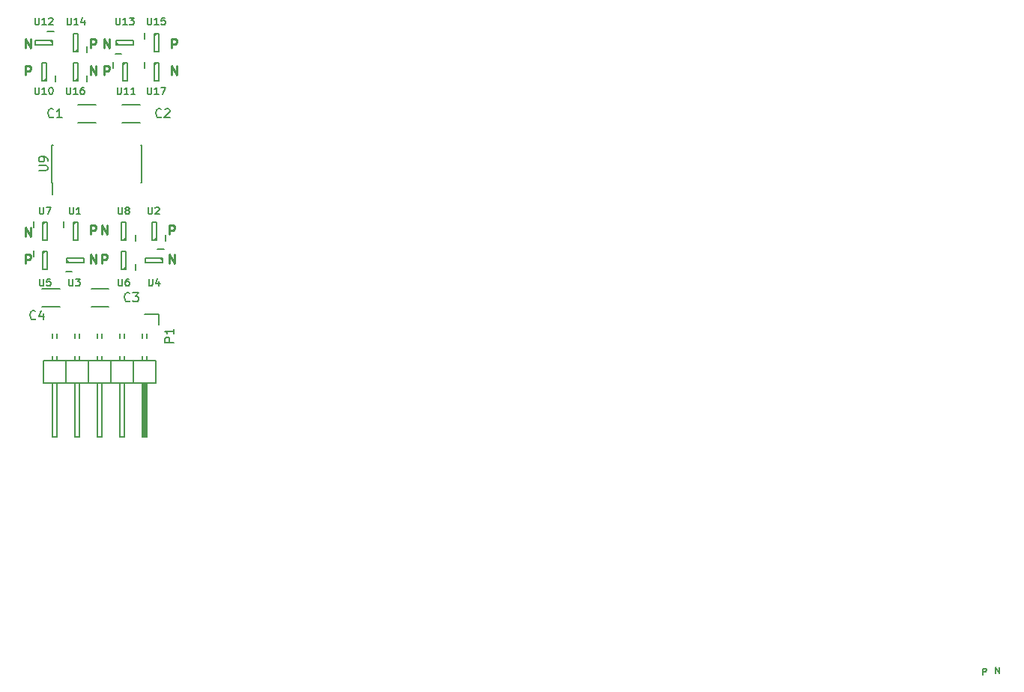
<source format=gto>
G04 #@! TF.FileFunction,Legend,Top*
%FSLAX46Y46*%
G04 Gerber Fmt 4.6, Leading zero omitted, Abs format (unit mm)*
G04 Created by KiCad (PCBNEW 4.0.4-stable) date 10/12/16 22:12:16*
%MOMM*%
%LPD*%
G01*
G04 APERTURE LIST*
%ADD10C,0.100000*%
%ADD11C,0.250000*%
%ADD12C,0.175000*%
%ADD13C,0.150000*%
G04 APERTURE END LIST*
D10*
D11*
X32504095Y-29916381D02*
X32504095Y-28916381D01*
X32885048Y-28916381D01*
X32980286Y-28964000D01*
X33027905Y-29011619D01*
X33075524Y-29106857D01*
X33075524Y-29249714D01*
X33027905Y-29344952D01*
X32980286Y-29392571D01*
X32885048Y-29440190D01*
X32504095Y-29440190D01*
X39870095Y-26868381D02*
X39870095Y-25868381D01*
X40251048Y-25868381D01*
X40346286Y-25916000D01*
X40393905Y-25963619D01*
X40441524Y-26058857D01*
X40441524Y-26201714D01*
X40393905Y-26296952D01*
X40346286Y-26344571D01*
X40251048Y-26392190D01*
X39870095Y-26392190D01*
X41394095Y-29916381D02*
X41394095Y-28916381D01*
X41775048Y-28916381D01*
X41870286Y-28964000D01*
X41917905Y-29011619D01*
X41965524Y-29106857D01*
X41965524Y-29249714D01*
X41917905Y-29344952D01*
X41870286Y-29392571D01*
X41775048Y-29440190D01*
X41394095Y-29440190D01*
X49014095Y-26868381D02*
X49014095Y-25868381D01*
X49395048Y-25868381D01*
X49490286Y-25916000D01*
X49537905Y-25963619D01*
X49585524Y-26058857D01*
X49585524Y-26201714D01*
X49537905Y-26296952D01*
X49490286Y-26344571D01*
X49395048Y-26392190D01*
X49014095Y-26392190D01*
X32480286Y-26868381D02*
X32480286Y-25868381D01*
X33051715Y-26868381D01*
X33051715Y-25868381D01*
X39846286Y-29916381D02*
X39846286Y-28916381D01*
X40417715Y-29916381D01*
X40417715Y-28916381D01*
X48990286Y-29916381D02*
X48990286Y-28916381D01*
X49561715Y-29916381D01*
X49561715Y-28916381D01*
X41370286Y-26868381D02*
X41370286Y-25868381D01*
X41941715Y-26868381D01*
X41941715Y-25868381D01*
X32504095Y-51252381D02*
X32504095Y-50252381D01*
X32885048Y-50252381D01*
X32980286Y-50300000D01*
X33027905Y-50347619D01*
X33075524Y-50442857D01*
X33075524Y-50585714D01*
X33027905Y-50680952D01*
X32980286Y-50728571D01*
X32885048Y-50776190D01*
X32504095Y-50776190D01*
X32480286Y-48204381D02*
X32480286Y-47204381D01*
X33051715Y-48204381D01*
X33051715Y-47204381D01*
X39870095Y-47950381D02*
X39870095Y-46950381D01*
X40251048Y-46950381D01*
X40346286Y-46998000D01*
X40393905Y-47045619D01*
X40441524Y-47140857D01*
X40441524Y-47283714D01*
X40393905Y-47378952D01*
X40346286Y-47426571D01*
X40251048Y-47474190D01*
X39870095Y-47474190D01*
X39846286Y-51252381D02*
X39846286Y-50252381D01*
X40417715Y-51252381D01*
X40417715Y-50252381D01*
X41140095Y-51252381D02*
X41140095Y-50252381D01*
X41521048Y-50252381D01*
X41616286Y-50300000D01*
X41663905Y-50347619D01*
X41711524Y-50442857D01*
X41711524Y-50585714D01*
X41663905Y-50680952D01*
X41616286Y-50728571D01*
X41521048Y-50776190D01*
X41140095Y-50776190D01*
X48760095Y-47950381D02*
X48760095Y-46950381D01*
X49141048Y-46950381D01*
X49236286Y-46998000D01*
X49283905Y-47045619D01*
X49331524Y-47140857D01*
X49331524Y-47283714D01*
X49283905Y-47378952D01*
X49236286Y-47426571D01*
X49141048Y-47474190D01*
X48760095Y-47474190D01*
X48736286Y-51252381D02*
X48736286Y-50252381D01*
X49307715Y-51252381D01*
X49307715Y-50252381D01*
X41116286Y-47950381D02*
X41116286Y-46950381D01*
X41687715Y-47950381D01*
X41687715Y-46950381D01*
D12*
X140685067Y-97801867D02*
X140685067Y-97101867D01*
X140951733Y-97101867D01*
X141018400Y-97135200D01*
X141051733Y-97168533D01*
X141085067Y-97235200D01*
X141085067Y-97335200D01*
X141051733Y-97401867D01*
X141018400Y-97435200D01*
X140951733Y-97468533D01*
X140685067Y-97468533D01*
X142116201Y-97649467D02*
X142116201Y-96949467D01*
X142516201Y-97649467D01*
X142516201Y-96949467D01*
D13*
X38394000Y-35315000D02*
X40394000Y-35315000D01*
X40394000Y-33265000D02*
X38394000Y-33265000D01*
X45426000Y-33265000D02*
X43426000Y-33265000D01*
X43426000Y-35315000D02*
X45426000Y-35315000D01*
X41894000Y-54093000D02*
X39894000Y-54093000D01*
X39894000Y-56143000D02*
X41894000Y-56143000D01*
X34330000Y-56143000D02*
X36330000Y-56143000D01*
X36330000Y-54093000D02*
X34330000Y-54093000D01*
X35560000Y-59690000D02*
X35560000Y-59182000D01*
X36068000Y-59690000D02*
X36068000Y-59182000D01*
X38100000Y-59690000D02*
X38100000Y-59182000D01*
X38608000Y-59690000D02*
X38608000Y-59182000D01*
X46228000Y-59690000D02*
X46228000Y-59182000D01*
X45720000Y-59690000D02*
X45720000Y-59182000D01*
X40640000Y-59690000D02*
X40640000Y-59182000D01*
X41148000Y-59690000D02*
X41148000Y-59182000D01*
X43180000Y-59690000D02*
X43180000Y-59182000D01*
X43688000Y-59690000D02*
X43688000Y-59182000D01*
X35560000Y-62230000D02*
X35560000Y-61722000D01*
X36068000Y-62230000D02*
X36068000Y-61722000D01*
X46228000Y-62230000D02*
X46228000Y-61722000D01*
X45720000Y-62230000D02*
X45720000Y-61722000D01*
X43688000Y-62230000D02*
X43688000Y-61722000D01*
X43180000Y-62230000D02*
X43180000Y-61722000D01*
X38100000Y-62230000D02*
X38100000Y-61722000D01*
X38608000Y-62230000D02*
X38608000Y-61722000D01*
X40640000Y-62230000D02*
X40640000Y-61722000D01*
X41148000Y-62230000D02*
X41148000Y-61722000D01*
X47524000Y-58166000D02*
X47524000Y-57016000D01*
X47524000Y-57016000D02*
X45974000Y-57016000D01*
X46101000Y-64770000D02*
X46101000Y-70739000D01*
X46101000Y-70739000D02*
X45847000Y-70739000D01*
X45847000Y-70739000D02*
X45847000Y-64897000D01*
X45847000Y-64897000D02*
X45974000Y-64897000D01*
X45974000Y-64897000D02*
X45974000Y-70739000D01*
X37084000Y-62230000D02*
X37084000Y-64770000D01*
X37084000Y-62230000D02*
X34544000Y-62230000D01*
X36068000Y-64770000D02*
X36068000Y-70866000D01*
X36068000Y-70866000D02*
X35560000Y-70866000D01*
X35560000Y-70866000D02*
X35560000Y-64770000D01*
X34544000Y-64770000D02*
X37084000Y-64770000D01*
X34544000Y-62230000D02*
X34544000Y-64770000D01*
X42164000Y-62230000D02*
X42164000Y-64770000D01*
X42164000Y-62230000D02*
X39624000Y-62230000D01*
X39624000Y-62230000D02*
X39624000Y-64770000D01*
X41148000Y-64770000D02*
X41148000Y-70866000D01*
X41148000Y-70866000D02*
X40640000Y-70866000D01*
X40640000Y-70866000D02*
X40640000Y-64770000D01*
X39624000Y-64770000D02*
X42164000Y-64770000D01*
X37084000Y-64770000D02*
X39624000Y-64770000D01*
X38100000Y-70866000D02*
X38100000Y-64770000D01*
X38608000Y-70866000D02*
X38100000Y-70866000D01*
X38608000Y-64770000D02*
X38608000Y-70866000D01*
X37084000Y-62230000D02*
X37084000Y-64770000D01*
X39624000Y-62230000D02*
X37084000Y-62230000D01*
X39624000Y-62230000D02*
X39624000Y-64770000D01*
X44704000Y-62230000D02*
X44704000Y-64770000D01*
X44704000Y-62230000D02*
X42164000Y-62230000D01*
X42164000Y-62230000D02*
X42164000Y-64770000D01*
X43688000Y-64770000D02*
X43688000Y-70866000D01*
X43688000Y-70866000D02*
X43180000Y-70866000D01*
X43180000Y-70866000D02*
X43180000Y-64770000D01*
X42164000Y-64770000D02*
X44704000Y-64770000D01*
X44704000Y-64770000D02*
X47244000Y-64770000D01*
X45720000Y-70866000D02*
X45720000Y-64770000D01*
X46228000Y-70866000D02*
X45720000Y-70866000D01*
X46228000Y-64770000D02*
X46228000Y-70866000D01*
X44704000Y-62230000D02*
X44704000Y-64770000D01*
X47244000Y-62230000D02*
X44704000Y-62230000D01*
X47244000Y-62230000D02*
X47244000Y-64770000D01*
X36814400Y-46511600D02*
X36814400Y-47211600D01*
X38114400Y-46611600D02*
X37864400Y-46861600D01*
X37864400Y-48611600D02*
X38364400Y-48611600D01*
X38364400Y-48611600D02*
X38364400Y-46611600D01*
X38364400Y-46611600D02*
X37864400Y-46611600D01*
X37864400Y-46611600D02*
X37864400Y-48611600D01*
X48304400Y-48711600D02*
X48304400Y-48011600D01*
X47004400Y-48611600D02*
X47254400Y-48361600D01*
X47254400Y-46611600D02*
X46754400Y-46611600D01*
X46754400Y-46611600D02*
X46754400Y-48611600D01*
X46754400Y-48611600D02*
X47254400Y-48611600D01*
X47254400Y-48611600D02*
X47254400Y-46611600D01*
X37014400Y-52213600D02*
X37714400Y-52213600D01*
X37114400Y-50913600D02*
X37364400Y-51163600D01*
X39114400Y-51163600D02*
X39114400Y-50663600D01*
X39114400Y-50663600D02*
X37114400Y-50663600D01*
X37114400Y-50663600D02*
X37114400Y-51163600D01*
X37114400Y-51163600D02*
X39114400Y-51163600D01*
X48104400Y-49613600D02*
X47404400Y-49613600D01*
X48004400Y-50913600D02*
X47754400Y-50663600D01*
X46004400Y-50663600D02*
X46004400Y-51163600D01*
X46004400Y-51163600D02*
X48004400Y-51163600D01*
X48004400Y-51163600D02*
X48004400Y-50663600D01*
X48004400Y-50663600D02*
X46004400Y-50663600D01*
X33396400Y-49801600D02*
X33396400Y-50501600D01*
X34696400Y-49901600D02*
X34446400Y-50151600D01*
X34446400Y-51901600D02*
X34946400Y-51901600D01*
X34946400Y-51901600D02*
X34946400Y-49901600D01*
X34946400Y-49901600D02*
X34446400Y-49901600D01*
X34446400Y-49901600D02*
X34446400Y-51901600D01*
X44886400Y-52001600D02*
X44886400Y-51301600D01*
X43586400Y-51901600D02*
X43836400Y-51651600D01*
X43836400Y-49901600D02*
X43336400Y-49901600D01*
X43336400Y-49901600D02*
X43336400Y-51901600D01*
X43336400Y-51901600D02*
X43836400Y-51901600D01*
X43836400Y-51901600D02*
X43836400Y-49901600D01*
X33396400Y-46499600D02*
X33396400Y-47199600D01*
X34696400Y-46599600D02*
X34446400Y-46849600D01*
X34446400Y-48599600D02*
X34946400Y-48599600D01*
X34946400Y-48599600D02*
X34946400Y-46599600D01*
X34946400Y-46599600D02*
X34446400Y-46599600D01*
X34446400Y-46599600D02*
X34446400Y-48599600D01*
X44886400Y-48711600D02*
X44886400Y-48011600D01*
X43586400Y-48611600D02*
X43836400Y-48361600D01*
X43836400Y-46611600D02*
X43336400Y-46611600D01*
X43336400Y-46611600D02*
X43336400Y-48611600D01*
X43336400Y-48611600D02*
X43836400Y-48611600D01*
X43836400Y-48611600D02*
X43836400Y-46611600D01*
X35463400Y-42054600D02*
X35488400Y-42054600D01*
X35463400Y-37904600D02*
X35568400Y-37904600D01*
X45613400Y-37904600D02*
X45508400Y-37904600D01*
X45613400Y-42054600D02*
X45508400Y-42054600D01*
X35463400Y-42054600D02*
X35463400Y-37904600D01*
X45613400Y-42054600D02*
X45613400Y-37904600D01*
X35488400Y-42054600D02*
X35488400Y-43429600D01*
X35858400Y-30677600D02*
X35858400Y-29977600D01*
X34558400Y-30577600D02*
X34808400Y-30327600D01*
X34808400Y-28577600D02*
X34308400Y-28577600D01*
X34308400Y-28577600D02*
X34308400Y-30577600D01*
X34308400Y-30577600D02*
X34808400Y-30577600D01*
X34808400Y-30577600D02*
X34808400Y-28577600D01*
X42402400Y-28477600D02*
X42402400Y-29177600D01*
X43702400Y-28577600D02*
X43452400Y-28827600D01*
X43452400Y-30577600D02*
X43952400Y-30577600D01*
X43952400Y-30577600D02*
X43952400Y-28577600D01*
X43952400Y-28577600D02*
X43452400Y-28577600D01*
X43452400Y-28577600D02*
X43452400Y-30577600D01*
X35658400Y-24975600D02*
X34958400Y-24975600D01*
X35558400Y-26275600D02*
X35308400Y-26025600D01*
X33558400Y-26025600D02*
X33558400Y-26525600D01*
X33558400Y-26525600D02*
X35558400Y-26525600D01*
X35558400Y-26525600D02*
X35558400Y-26025600D01*
X35558400Y-26025600D02*
X33558400Y-26025600D01*
X42602400Y-27575600D02*
X43302400Y-27575600D01*
X42702400Y-26275600D02*
X42952400Y-26525600D01*
X44702400Y-26525600D02*
X44702400Y-26025600D01*
X44702400Y-26025600D02*
X42702400Y-26025600D01*
X42702400Y-26025600D02*
X42702400Y-26525600D01*
X42702400Y-26525600D02*
X44702400Y-26525600D01*
X39414400Y-27375600D02*
X39414400Y-26675600D01*
X38114400Y-27275600D02*
X38364400Y-27025600D01*
X38364400Y-25275600D02*
X37864400Y-25275600D01*
X37864400Y-25275600D02*
X37864400Y-27275600D01*
X37864400Y-27275600D02*
X38364400Y-27275600D01*
X38364400Y-27275600D02*
X38364400Y-25275600D01*
X45958400Y-25175600D02*
X45958400Y-25875600D01*
X47258400Y-25275600D02*
X47008400Y-25525600D01*
X47008400Y-27275600D02*
X47508400Y-27275600D01*
X47508400Y-27275600D02*
X47508400Y-25275600D01*
X47508400Y-25275600D02*
X47008400Y-25275600D01*
X47008400Y-25275600D02*
X47008400Y-27275600D01*
X39414400Y-30677600D02*
X39414400Y-29977600D01*
X38114400Y-30577600D02*
X38364400Y-30327600D01*
X38364400Y-28577600D02*
X37864400Y-28577600D01*
X37864400Y-28577600D02*
X37864400Y-30577600D01*
X37864400Y-30577600D02*
X38364400Y-30577600D01*
X38364400Y-30577600D02*
X38364400Y-28577600D01*
X45958400Y-28477600D02*
X45958400Y-29177600D01*
X47258400Y-28577600D02*
X47008400Y-28827600D01*
X47008400Y-30577600D02*
X47508400Y-30577600D01*
X47508400Y-30577600D02*
X47508400Y-28577600D01*
X47508400Y-28577600D02*
X47008400Y-28577600D01*
X47008400Y-28577600D02*
X47008400Y-30577600D01*
X35647334Y-34647143D02*
X35599715Y-34694762D01*
X35456858Y-34742381D01*
X35361620Y-34742381D01*
X35218762Y-34694762D01*
X35123524Y-34599524D01*
X35075905Y-34504286D01*
X35028286Y-34313810D01*
X35028286Y-34170952D01*
X35075905Y-33980476D01*
X35123524Y-33885238D01*
X35218762Y-33790000D01*
X35361620Y-33742381D01*
X35456858Y-33742381D01*
X35599715Y-33790000D01*
X35647334Y-33837619D01*
X36599715Y-34742381D02*
X36028286Y-34742381D01*
X36314000Y-34742381D02*
X36314000Y-33742381D01*
X36218762Y-33885238D01*
X36123524Y-33980476D01*
X36028286Y-34028095D01*
X47839334Y-34647143D02*
X47791715Y-34694762D01*
X47648858Y-34742381D01*
X47553620Y-34742381D01*
X47410762Y-34694762D01*
X47315524Y-34599524D01*
X47267905Y-34504286D01*
X47220286Y-34313810D01*
X47220286Y-34170952D01*
X47267905Y-33980476D01*
X47315524Y-33885238D01*
X47410762Y-33790000D01*
X47553620Y-33742381D01*
X47648858Y-33742381D01*
X47791715Y-33790000D01*
X47839334Y-33837619D01*
X48220286Y-33837619D02*
X48267905Y-33790000D01*
X48363143Y-33742381D01*
X48601239Y-33742381D01*
X48696477Y-33790000D01*
X48744096Y-33837619D01*
X48791715Y-33932857D01*
X48791715Y-34028095D01*
X48744096Y-34170952D01*
X48172667Y-34742381D01*
X48791715Y-34742381D01*
X44283334Y-55475143D02*
X44235715Y-55522762D01*
X44092858Y-55570381D01*
X43997620Y-55570381D01*
X43854762Y-55522762D01*
X43759524Y-55427524D01*
X43711905Y-55332286D01*
X43664286Y-55141810D01*
X43664286Y-54998952D01*
X43711905Y-54808476D01*
X43759524Y-54713238D01*
X43854762Y-54618000D01*
X43997620Y-54570381D01*
X44092858Y-54570381D01*
X44235715Y-54618000D01*
X44283334Y-54665619D01*
X44616667Y-54570381D02*
X45235715Y-54570381D01*
X44902381Y-54951333D01*
X45045239Y-54951333D01*
X45140477Y-54998952D01*
X45188096Y-55046571D01*
X45235715Y-55141810D01*
X45235715Y-55379905D01*
X45188096Y-55475143D01*
X45140477Y-55522762D01*
X45045239Y-55570381D01*
X44759524Y-55570381D01*
X44664286Y-55522762D01*
X44616667Y-55475143D01*
X33615334Y-57507143D02*
X33567715Y-57554762D01*
X33424858Y-57602381D01*
X33329620Y-57602381D01*
X33186762Y-57554762D01*
X33091524Y-57459524D01*
X33043905Y-57364286D01*
X32996286Y-57173810D01*
X32996286Y-57030952D01*
X33043905Y-56840476D01*
X33091524Y-56745238D01*
X33186762Y-56650000D01*
X33329620Y-56602381D01*
X33424858Y-56602381D01*
X33567715Y-56650000D01*
X33615334Y-56697619D01*
X34472477Y-56935714D02*
X34472477Y-57602381D01*
X34234381Y-56554762D02*
X33996286Y-57269048D01*
X34615334Y-57269048D01*
X49220381Y-60174095D02*
X48220381Y-60174095D01*
X48220381Y-59793142D01*
X48268000Y-59697904D01*
X48315619Y-59650285D01*
X48410857Y-59602666D01*
X48553714Y-59602666D01*
X48648952Y-59650285D01*
X48696571Y-59697904D01*
X48744190Y-59793142D01*
X48744190Y-60174095D01*
X49220381Y-58650285D02*
X49220381Y-59221714D01*
X49220381Y-58936000D02*
X48220381Y-58936000D01*
X48363238Y-59031238D01*
X48458476Y-59126476D01*
X48506095Y-59221714D01*
X37440666Y-44875505D02*
X37440666Y-45523124D01*
X37478761Y-45599314D01*
X37516857Y-45637410D01*
X37593047Y-45675505D01*
X37745428Y-45675505D01*
X37821619Y-45637410D01*
X37859714Y-45599314D01*
X37897809Y-45523124D01*
X37897809Y-44875505D01*
X38697809Y-45675505D02*
X38240666Y-45675505D01*
X38469237Y-45675505D02*
X38469237Y-44875505D01*
X38393047Y-44989790D01*
X38316856Y-45065981D01*
X38240666Y-45104076D01*
X46355076Y-44875505D02*
X46355076Y-45523124D01*
X46393171Y-45599314D01*
X46431267Y-45637410D01*
X46507457Y-45675505D01*
X46659838Y-45675505D01*
X46736029Y-45637410D01*
X46774124Y-45599314D01*
X46812219Y-45523124D01*
X46812219Y-44875505D01*
X47155076Y-44951695D02*
X47193171Y-44913600D01*
X47269362Y-44875505D01*
X47459838Y-44875505D01*
X47536028Y-44913600D01*
X47574124Y-44951695D01*
X47612219Y-45027886D01*
X47612219Y-45104076D01*
X47574124Y-45218362D01*
X47116981Y-45675505D01*
X47612219Y-45675505D01*
X37391276Y-53003505D02*
X37391276Y-53651124D01*
X37429371Y-53727314D01*
X37467467Y-53765410D01*
X37543657Y-53803505D01*
X37696038Y-53803505D01*
X37772229Y-53765410D01*
X37810324Y-53727314D01*
X37848419Y-53651124D01*
X37848419Y-53003505D01*
X38153181Y-53003505D02*
X38648419Y-53003505D01*
X38381752Y-53308267D01*
X38496038Y-53308267D01*
X38572228Y-53346362D01*
X38610324Y-53384457D01*
X38648419Y-53460648D01*
X38648419Y-53651124D01*
X38610324Y-53727314D01*
X38572228Y-53765410D01*
X38496038Y-53803505D01*
X38267466Y-53803505D01*
X38191276Y-53765410D01*
X38153181Y-53727314D01*
X46405876Y-53003505D02*
X46405876Y-53651124D01*
X46443971Y-53727314D01*
X46482067Y-53765410D01*
X46558257Y-53803505D01*
X46710638Y-53803505D01*
X46786829Y-53765410D01*
X46824924Y-53727314D01*
X46863019Y-53651124D01*
X46863019Y-53003505D01*
X47586828Y-53270171D02*
X47586828Y-53803505D01*
X47396352Y-52965410D02*
X47205876Y-53536838D01*
X47701114Y-53536838D01*
X34086876Y-53003505D02*
X34086876Y-53651124D01*
X34124971Y-53727314D01*
X34163067Y-53765410D01*
X34239257Y-53803505D01*
X34391638Y-53803505D01*
X34467829Y-53765410D01*
X34505924Y-53727314D01*
X34544019Y-53651124D01*
X34544019Y-53003505D01*
X35305924Y-53003505D02*
X34924971Y-53003505D01*
X34886876Y-53384457D01*
X34924971Y-53346362D01*
X35001162Y-53308267D01*
X35191638Y-53308267D01*
X35267828Y-53346362D01*
X35305924Y-53384457D01*
X35344019Y-53460648D01*
X35344019Y-53651124D01*
X35305924Y-53727314D01*
X35267828Y-53765410D01*
X35191638Y-53803505D01*
X35001162Y-53803505D01*
X34924971Y-53765410D01*
X34886876Y-53727314D01*
X42976876Y-53003505D02*
X42976876Y-53651124D01*
X43014971Y-53727314D01*
X43053067Y-53765410D01*
X43129257Y-53803505D01*
X43281638Y-53803505D01*
X43357829Y-53765410D01*
X43395924Y-53727314D01*
X43434019Y-53651124D01*
X43434019Y-53003505D01*
X44157828Y-53003505D02*
X44005447Y-53003505D01*
X43929257Y-53041600D01*
X43891162Y-53079695D01*
X43814971Y-53193981D01*
X43776876Y-53346362D01*
X43776876Y-53651124D01*
X43814971Y-53727314D01*
X43853066Y-53765410D01*
X43929257Y-53803505D01*
X44081638Y-53803505D01*
X44157828Y-53765410D01*
X44195924Y-53727314D01*
X44234019Y-53651124D01*
X44234019Y-53460648D01*
X44195924Y-53384457D01*
X44157828Y-53346362D01*
X44081638Y-53308267D01*
X43929257Y-53308267D01*
X43853066Y-53346362D01*
X43814971Y-53384457D01*
X43776876Y-53460648D01*
X34061476Y-44875505D02*
X34061476Y-45523124D01*
X34099571Y-45599314D01*
X34137667Y-45637410D01*
X34213857Y-45675505D01*
X34366238Y-45675505D01*
X34442429Y-45637410D01*
X34480524Y-45599314D01*
X34518619Y-45523124D01*
X34518619Y-44875505D01*
X34823381Y-44875505D02*
X35356714Y-44875505D01*
X35013857Y-45675505D01*
X42976876Y-44875505D02*
X42976876Y-45523124D01*
X43014971Y-45599314D01*
X43053067Y-45637410D01*
X43129257Y-45675505D01*
X43281638Y-45675505D01*
X43357829Y-45637410D01*
X43395924Y-45599314D01*
X43434019Y-45523124D01*
X43434019Y-44875505D01*
X43929257Y-45218362D02*
X43853066Y-45180267D01*
X43814971Y-45142171D01*
X43776876Y-45065981D01*
X43776876Y-45027886D01*
X43814971Y-44951695D01*
X43853066Y-44913600D01*
X43929257Y-44875505D01*
X44081638Y-44875505D01*
X44157828Y-44913600D01*
X44195924Y-44951695D01*
X44234019Y-45027886D01*
X44234019Y-45065981D01*
X44195924Y-45142171D01*
X44157828Y-45180267D01*
X44081638Y-45218362D01*
X43929257Y-45218362D01*
X43853066Y-45256457D01*
X43814971Y-45294552D01*
X43776876Y-45370743D01*
X43776876Y-45523124D01*
X43814971Y-45599314D01*
X43853066Y-45637410D01*
X43929257Y-45675505D01*
X44081638Y-45675505D01*
X44157828Y-45637410D01*
X44195924Y-45599314D01*
X44234019Y-45523124D01*
X44234019Y-45370743D01*
X44195924Y-45294552D01*
X44157828Y-45256457D01*
X44081638Y-45218362D01*
X33990781Y-40741505D02*
X34800305Y-40741505D01*
X34895543Y-40693886D01*
X34943162Y-40646267D01*
X34990781Y-40551029D01*
X34990781Y-40360552D01*
X34943162Y-40265314D01*
X34895543Y-40217695D01*
X34800305Y-40170076D01*
X33990781Y-40170076D01*
X34990781Y-39646267D02*
X34990781Y-39455791D01*
X34943162Y-39360552D01*
X34895543Y-39312933D01*
X34752686Y-39217695D01*
X34562210Y-39170076D01*
X34181257Y-39170076D01*
X34086019Y-39217695D01*
X34038400Y-39265314D01*
X33990781Y-39360552D01*
X33990781Y-39551029D01*
X34038400Y-39646267D01*
X34086019Y-39693886D01*
X34181257Y-39741505D01*
X34419352Y-39741505D01*
X34514590Y-39693886D01*
X34562210Y-39646267D01*
X34609829Y-39551029D01*
X34609829Y-39360552D01*
X34562210Y-39265314D01*
X34514590Y-39217695D01*
X34419352Y-39170076D01*
X33553524Y-31311905D02*
X33553524Y-31959524D01*
X33591619Y-32035714D01*
X33629715Y-32073810D01*
X33705905Y-32111905D01*
X33858286Y-32111905D01*
X33934477Y-32073810D01*
X33972572Y-32035714D01*
X34010667Y-31959524D01*
X34010667Y-31311905D01*
X34810667Y-32111905D02*
X34353524Y-32111905D01*
X34582095Y-32111905D02*
X34582095Y-31311905D01*
X34505905Y-31426190D01*
X34429714Y-31502381D01*
X34353524Y-31540476D01*
X35305905Y-31311905D02*
X35382096Y-31311905D01*
X35458286Y-31350000D01*
X35496381Y-31388095D01*
X35534477Y-31464286D01*
X35572572Y-31616667D01*
X35572572Y-31807143D01*
X35534477Y-31959524D01*
X35496381Y-32035714D01*
X35458286Y-32073810D01*
X35382096Y-32111905D01*
X35305905Y-32111905D01*
X35229715Y-32073810D01*
X35191619Y-32035714D01*
X35153524Y-31959524D01*
X35115429Y-31807143D01*
X35115429Y-31616667D01*
X35153524Y-31464286D01*
X35191619Y-31388095D01*
X35229715Y-31350000D01*
X35305905Y-31311905D01*
X42849924Y-31311905D02*
X42849924Y-31959524D01*
X42888019Y-32035714D01*
X42926115Y-32073810D01*
X43002305Y-32111905D01*
X43154686Y-32111905D01*
X43230877Y-32073810D01*
X43268972Y-32035714D01*
X43307067Y-31959524D01*
X43307067Y-31311905D01*
X44107067Y-32111905D02*
X43649924Y-32111905D01*
X43878495Y-32111905D02*
X43878495Y-31311905D01*
X43802305Y-31426190D01*
X43726114Y-31502381D01*
X43649924Y-31540476D01*
X44868972Y-32111905D02*
X44411829Y-32111905D01*
X44640400Y-32111905D02*
X44640400Y-31311905D01*
X44564210Y-31426190D01*
X44488019Y-31502381D01*
X44411829Y-31540476D01*
X33553524Y-23437905D02*
X33553524Y-24085524D01*
X33591619Y-24161714D01*
X33629715Y-24199810D01*
X33705905Y-24237905D01*
X33858286Y-24237905D01*
X33934477Y-24199810D01*
X33972572Y-24161714D01*
X34010667Y-24085524D01*
X34010667Y-23437905D01*
X34810667Y-24237905D02*
X34353524Y-24237905D01*
X34582095Y-24237905D02*
X34582095Y-23437905D01*
X34505905Y-23552190D01*
X34429714Y-23628381D01*
X34353524Y-23666476D01*
X35115429Y-23514095D02*
X35153524Y-23476000D01*
X35229715Y-23437905D01*
X35420191Y-23437905D01*
X35496381Y-23476000D01*
X35534477Y-23514095D01*
X35572572Y-23590286D01*
X35572572Y-23666476D01*
X35534477Y-23780762D01*
X35077334Y-24237905D01*
X35572572Y-24237905D01*
X42697524Y-23437905D02*
X42697524Y-24085524D01*
X42735619Y-24161714D01*
X42773715Y-24199810D01*
X42849905Y-24237905D01*
X43002286Y-24237905D01*
X43078477Y-24199810D01*
X43116572Y-24161714D01*
X43154667Y-24085524D01*
X43154667Y-23437905D01*
X43954667Y-24237905D02*
X43497524Y-24237905D01*
X43726095Y-24237905D02*
X43726095Y-23437905D01*
X43649905Y-23552190D01*
X43573714Y-23628381D01*
X43497524Y-23666476D01*
X44221334Y-23437905D02*
X44716572Y-23437905D01*
X44449905Y-23742667D01*
X44564191Y-23742667D01*
X44640381Y-23780762D01*
X44678477Y-23818857D01*
X44716572Y-23895048D01*
X44716572Y-24085524D01*
X44678477Y-24161714D01*
X44640381Y-24199810D01*
X44564191Y-24237905D01*
X44335619Y-24237905D01*
X44259429Y-24199810D01*
X44221334Y-24161714D01*
X37183934Y-23437905D02*
X37183934Y-24085524D01*
X37222029Y-24161714D01*
X37260125Y-24199810D01*
X37336315Y-24237905D01*
X37488696Y-24237905D01*
X37564887Y-24199810D01*
X37602982Y-24161714D01*
X37641077Y-24085524D01*
X37641077Y-23437905D01*
X38441077Y-24237905D02*
X37983934Y-24237905D01*
X38212505Y-24237905D02*
X38212505Y-23437905D01*
X38136315Y-23552190D01*
X38060124Y-23628381D01*
X37983934Y-23666476D01*
X39126791Y-23704571D02*
X39126791Y-24237905D01*
X38936315Y-23399810D02*
X38745839Y-23971238D01*
X39241077Y-23971238D01*
X46253524Y-23437905D02*
X46253524Y-24085524D01*
X46291619Y-24161714D01*
X46329715Y-24199810D01*
X46405905Y-24237905D01*
X46558286Y-24237905D01*
X46634477Y-24199810D01*
X46672572Y-24161714D01*
X46710667Y-24085524D01*
X46710667Y-23437905D01*
X47510667Y-24237905D02*
X47053524Y-24237905D01*
X47282095Y-24237905D02*
X47282095Y-23437905D01*
X47205905Y-23552190D01*
X47129714Y-23628381D01*
X47053524Y-23666476D01*
X48234477Y-23437905D02*
X47853524Y-23437905D01*
X47815429Y-23818857D01*
X47853524Y-23780762D01*
X47929715Y-23742667D01*
X48120191Y-23742667D01*
X48196381Y-23780762D01*
X48234477Y-23818857D01*
X48272572Y-23895048D01*
X48272572Y-24085524D01*
X48234477Y-24161714D01*
X48196381Y-24199810D01*
X48120191Y-24237905D01*
X47929715Y-24237905D01*
X47853524Y-24199810D01*
X47815429Y-24161714D01*
X37109524Y-31311905D02*
X37109524Y-31959524D01*
X37147619Y-32035714D01*
X37185715Y-32073810D01*
X37261905Y-32111905D01*
X37414286Y-32111905D01*
X37490477Y-32073810D01*
X37528572Y-32035714D01*
X37566667Y-31959524D01*
X37566667Y-31311905D01*
X38366667Y-32111905D02*
X37909524Y-32111905D01*
X38138095Y-32111905D02*
X38138095Y-31311905D01*
X38061905Y-31426190D01*
X37985714Y-31502381D01*
X37909524Y-31540476D01*
X39052381Y-31311905D02*
X38900000Y-31311905D01*
X38823810Y-31350000D01*
X38785715Y-31388095D01*
X38709524Y-31502381D01*
X38671429Y-31654762D01*
X38671429Y-31959524D01*
X38709524Y-32035714D01*
X38747619Y-32073810D01*
X38823810Y-32111905D01*
X38976191Y-32111905D01*
X39052381Y-32073810D01*
X39090477Y-32035714D01*
X39128572Y-31959524D01*
X39128572Y-31769048D01*
X39090477Y-31692857D01*
X39052381Y-31654762D01*
X38976191Y-31616667D01*
X38823810Y-31616667D01*
X38747619Y-31654762D01*
X38709524Y-31692857D01*
X38671429Y-31769048D01*
X46253524Y-31311905D02*
X46253524Y-31959524D01*
X46291619Y-32035714D01*
X46329715Y-32073810D01*
X46405905Y-32111905D01*
X46558286Y-32111905D01*
X46634477Y-32073810D01*
X46672572Y-32035714D01*
X46710667Y-31959524D01*
X46710667Y-31311905D01*
X47510667Y-32111905D02*
X47053524Y-32111905D01*
X47282095Y-32111905D02*
X47282095Y-31311905D01*
X47205905Y-31426190D01*
X47129714Y-31502381D01*
X47053524Y-31540476D01*
X47777334Y-31311905D02*
X48310667Y-31311905D01*
X47967810Y-32111905D01*
M02*

</source>
